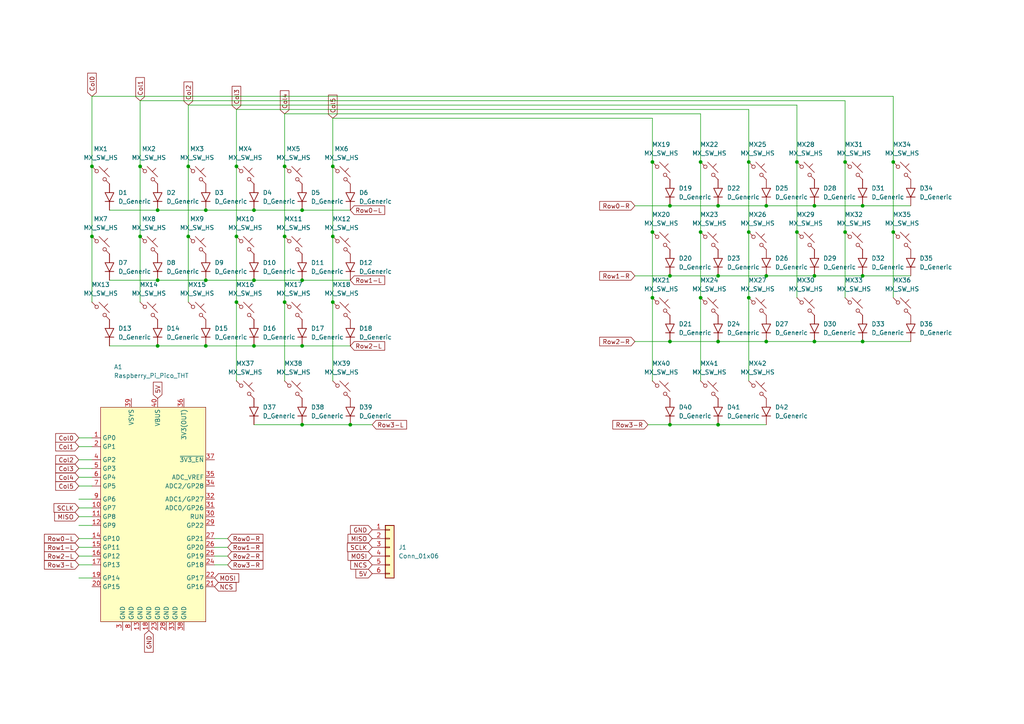
<source format=kicad_sch>
(kicad_sch (version 20231120) (generator "eeschema") (generator_version "8.0")
  (paper "A4")
  (lib_symbols
    (symbol "Connector_Generic:Conn_01x06" (pin_names (offset 1.016) hide)
      (property "Reference" "J" (at 0 7.62 0))
      (property "Value" "Conn_01x06" (at 0 -10.16 0))
      (symbol "Conn_01x06_1_1"
        (rectangle (start -1.27 -7.493) (end 0 -7.747) (stroke (width 0.1524)))
        (rectangle (start -1.27 -4.953) (end 0 -5.207) (stroke (width 0.1524)))
        (rectangle (start -1.27 -2.413) (end 0 -2.667) (stroke (width 0.1524)))
        (rectangle (start -1.27 0.127) (end 0 -0.127) (stroke (width 0.1524)))
        (rectangle (start -1.27 2.667) (end 0 2.413) (stroke (width 0.1524)))
        (rectangle (start -1.27 5.207) (end 0 4.953) (stroke (width 0.1524)))
        (rectangle (start -1.27 6.35) (end 1.27 -8.89) (stroke (width 0.254)) (fill (type background)))
        (pin passive line (at -5.08 5.08 0) (length 3.81) (name "Pin_1") (number "1"))
        (pin passive line (at -5.08 2.54 0) (length 3.81) (name "Pin_2") (number "2"))
        (pin passive line (at -5.08 0 0) (length 3.81) (name "Pin_3") (number "3"))
        (pin passive line (at -5.08 -2.54 0) (length 3.81) (name "Pin_4") (number "4"))
        (pin passive line (at -5.08 -5.08 0) (length 3.81) (name "Pin_5") (number "5"))
        (pin passive line (at -5.08 -7.62 0) (length 3.81) (name "Pin_6") (number "6"))
      )
    )
    (symbol "PCM_4ms_Diode:D_Generic" (pin_numbers hide) (pin_names (offset 1.016) hide)
      (property "Reference" "D" (at 0 2.54 0))
      (property "Value" "D_Generic" (at 0 -2.54 0))
      (symbol "D_Generic_0_1"
        (polyline (pts (xy -1.27 1.27) (xy -1.27 -1.27)) (stroke (width 0.2032)))
        (polyline (pts (xy 1.27 1.27) (xy 1.27 -1.27) (xy -1.27 0) (xy 1.27 1.27)) (stroke (width 0.2032)))
      )
      (symbol "D_Generic_1_1"
        (pin passive line (at -3.81 0 0) (length 2.54) (name "K") (number "1"))
        (pin passive line (at 3.81 0 180) (length 2.54) (name "A") (number "2"))
      )
    )
    (symbol "PCM_SL_Development_Board:Raspberry_Pi_Pico_THT"
      (property "Reference" "A" (at 12.7 34.29 0))
      (property "Value" "Raspberry_Pi_Pico_THT" (at 21.59 31.75 0))
      (symbol "Raspberry_Pi_Pico_THT_0_1"
        (rectangle (start -15.24 29.21) (end 15.24 -33.02) (fill (type background)))
      )
      (symbol "Raspberry_Pi_Pico_THT_1_1"
        (pin bidirectional line (at -17.78 20.32 0) (length 2.54) (name "GP0") (number "1"))
        (pin bidirectional line (at -17.78 0 0) (length 2.54) (name "GP7") (number "10"))
        (pin bidirectional line (at -17.78 -2.54 0) (length 2.54) (name "GP8") (number "11"))
        (pin bidirectional line (at -17.78 -5.08 0) (length 2.54) (name "GP9") (number "12"))
        (pin power_in line (at -3.81 -35.56 90) (length 2.54) (name "GND") (number "13"))
        (pin bidirectional line (at -17.78 -8.89 0) (length 2.54) (name "GP10") (number "14"))
        (pin bidirectional line (at -17.78 -11.43 0) (length 2.54) (name "GP11") (number "15"))
        (pin bidirectional line (at -17.78 -13.97 0) (length 2.54) (name "GP12") (number "16"))
        (pin bidirectional line (at -17.78 -16.51 0) (length 2.54) (name "GP13") (number "17"))
        (pin power_in line (at -1.27 -35.56 90) (length 2.54) (name "GND") (number "18"))
        (pin bidirectional line (at -17.78 -20.32 0) (length 2.54) (name "GP14") (number "19"))
        (pin bidirectional line (at -17.78 17.78 0) (length 2.54) (name "GP1") (number "2"))
        (pin bidirectional line (at -17.78 -22.86 0) (length 2.54) (name "GP15") (number "20"))
        (pin bidirectional line (at 17.78 -22.86 180) (length 2.54) (name "GP16") (number "21"))
        (pin bidirectional line (at 17.78 -20.32 180) (length 2.54) (name "GP17") (number "22"))
        (pin power_in line (at 1.27 -35.56 90) (length 2.54) (name "GND") (number "23"))
        (pin bidirectional line (at 17.78 -16.51 180) (length 2.54) (name "GP18") (number "24"))
        (pin bidirectional line (at 17.78 -13.97 180) (length 2.54) (name "GP19") (number "25"))
        (pin bidirectional line (at 17.78 -11.43 180) (length 2.54) (name "GP20") (number "26"))
        (pin bidirectional line (at 17.78 -8.89 180) (length 2.54) (name "GP21") (number "27"))
        (pin power_in line (at 3.81 -35.56 90) (length 2.54) (name "GND") (number "28"))
        (pin bidirectional line (at 17.78 -5.08 180) (length 2.54) (name "GP22") (number "29"))
        (pin power_in line (at -8.89 -35.56 90) (length 2.54) (name "GND") (number "3"))
        (pin bidirectional line (at 17.78 -2.54 180) (length 2.54) (name "RUN") (number "30"))
        (pin bidirectional line (at 17.78 0 180) (length 2.54) (name "ADC0/GP26") (number "31"))
        (pin bidirectional line (at 17.78 2.54 180) (length 2.54) (name "ADC1/GP27") (number "32"))
        (pin power_in line (at 6.35 -35.56 90) (length 2.54) (name "GND") (number "33"))
        (pin bidirectional line (at 17.78 6.35 180) (length 2.54) (name "ADC2/GP28") (number "34"))
        (pin bidirectional line (at 17.78 8.89 180) (length 2.54) (name "ADC_VREF") (number "35"))
        (pin power_in line (at 8.89 31.75 270) (length 2.54) (name "3V3(OUT)") (number "36"))
        (pin bidirectional line (at 17.78 13.97 180) (length 2.54) (name "~{3V3_EN}") (number "37"))
        (pin power_in line (at 8.89 -35.56 90) (length 2.54) (name "GND") (number "38"))
        (pin power_in line (at -6.35 31.75 270) (length 2.54) (name "VSYS") (number "39"))
        (pin bidirectional line (at -17.78 13.97 0) (length 2.54) (name "GP2") (number "4"))
        (pin power_in line (at 1.27 31.75 270) (length 2.54) (name "VBUS") (number "40"))
        (pin bidirectional line (at -17.78 11.43 0) (length 2.54) (name "GP3") (number "5"))
        (pin bidirectional line (at -17.78 8.89 0) (length 2.54) (name "GP4") (number "6"))
        (pin bidirectional line (at -17.78 6.35 0) (length 2.54) (name "GP5") (number "7"))
        (pin power_in line (at -6.35 -35.56 90) (length 2.54) (name "GND") (number "8"))
        (pin bidirectional line (at -17.78 2.54 0) (length 2.54) (name "GP6") (number "9"))
      )
    )
    (symbol "PCM_marbastlib-mx:MX_SW_HS_KS-2P02B01-01" (pin_numbers hide) (pin_names (offset 1.016) hide)
      (property "Reference" "MX" (at 3.048 1.016 0))
      (property "Value" "MX_SW_HS" (at 0 -3.81 0))
      (symbol "MX_SW_HS_KS-2P02B01-01_0_1"
        (circle (center -1.1684 1.1684) (radius 0.508))
        (polyline (pts (xy -0.508 2.54) (xy 2.54 -0.508)))
        (polyline (pts (xy 1.016 1.016) (xy 2.032 2.032)))
        (polyline (pts (xy -2.54 2.54) (xy -1.524 1.524) (xy -1.524 1.524)))
        (polyline (pts (xy 1.524 -1.524) (xy 2.54 -2.54) (xy 2.54 -2.54) (xy 2.54 -2.54)))
        (circle (center 1.143 -1.1938) (radius 0.508))
        (pin passive line (at -2.54 2.54 0) (length 0) (name "1") (number "1"))
        (pin passive line (at 2.54 -2.54 180) (length 0) (name "2") (number "2"))
      )
    )
  )
  (junction (at 222.25 59.69))
  (junction (at 208.28 99.06))
  (junction (at 87.63 81.28))
  (junction (at 259.08 67.31))
  (junction (at 45.72 81.28))
  (junction (at 40.64 48.26))
  (junction (at 26.67 68.58))
  (junction (at 217.17 46.99))
  (junction (at 59.69 81.28))
  (junction (at 194.31 99.06))
  (junction (at 45.72 60.96))
  (junction (at 87.63 123.19))
  (junction (at 73.66 60.96))
  (junction (at 45.72 100.33))
  (junction (at 96.52 68.58))
  (junction (at 208.28 59.69))
  (junction (at 40.64 68.58))
  (junction (at 96.52 87.63))
  (junction (at 101.6 123.19))
  (junction (at 59.69 100.33))
  (junction (at 231.14 67.31))
  (junction (at 54.61 68.58))
  (junction (at 189.23 67.31))
  (junction (at 203.2 46.99))
  (junction (at 68.58 68.58))
  (junction (at 231.14 46.99))
  (junction (at 259.08 46.99))
  (junction (at 68.58 48.26))
  (junction (at 87.63 100.33))
  (junction (at 54.61 48.26))
  (junction (at 245.11 67.31))
  (junction (at 208.28 123.19))
  (junction (at 96.52 48.26))
  (junction (at 217.17 67.31))
  (junction (at 194.31 123.19))
  (junction (at 250.19 80.01))
  (junction (at 87.63 60.96))
  (junction (at 73.66 100.33))
  (junction (at 203.2 86.36))
  (junction (at 236.22 59.69))
  (junction (at 222.25 99.06))
  (junction (at 189.23 46.99))
  (junction (at 203.2 67.31))
  (junction (at 73.66 81.28))
  (junction (at 68.58 87.63))
  (junction (at 194.31 59.69))
  (junction (at 208.28 80.01))
  (junction (at 59.69 60.96))
  (junction (at 222.25 80.01))
  (junction (at 250.19 99.06))
  (junction (at 236.22 99.06))
  (junction (at 250.19 59.69))
  (junction (at 82.55 87.63))
  (junction (at 236.22 80.01))
  (junction (at 26.67 48.26))
  (junction (at 189.23 86.36))
  (junction (at 82.55 48.26))
  (junction (at 245.11 46.99))
  (junction (at 82.55 68.58))
  (junction (at 217.17 86.36))
  (junction (at 194.31 80.01))
  (wire (pts (xy 208.28 59.69) (xy 222.25 59.69)))
  (wire (pts (xy 59.69 81.28) (xy 73.66 81.28)))
  (wire (pts (xy 40.64 48.26) (xy 40.64 68.58)))
  (wire (pts (xy 87.63 100.33) (xy 101.6 100.33)))
  (wire (pts (xy 82.55 33.02) (xy 203.2 33.02)))
  (wire (pts (xy 217.17 67.31) (xy 217.17 86.36)))
  (wire (pts (xy 208.28 99.06) (xy 222.25 99.06)))
  (wire (pts (xy 31.75 60.96) (xy 45.72 60.96)))
  (wire (pts (xy 22.86 163.83) (xy 26.67 163.83)))
  (wire (pts (xy 22.86 161.29) (xy 26.67 161.29)))
  (wire (pts (xy 26.67 27.94) (xy 259.08 27.94)))
  (wire (pts (xy 87.63 81.28) (xy 101.6 81.28)))
  (wire (pts (xy 189.23 86.36) (xy 189.23 110.49)))
  (wire (pts (xy 250.19 99.06) (xy 264.16 99.06)))
  (wire (pts (xy 66.04 156.21) (xy 62.23 156.21)))
  (wire (pts (xy 96.52 48.26) (xy 96.52 68.58)))
  (wire (pts (xy 189.23 34.29) (xy 189.23 46.99)))
  (wire (pts (xy 66.04 158.75) (xy 62.23 158.75)))
  (wire (pts (xy 87.63 123.19) (xy 101.6 123.19)))
  (wire (pts (xy 59.69 100.33) (xy 73.66 100.33)))
  (wire (pts (xy 22.86 135.89) (xy 26.67 135.89)))
  (wire (pts (xy 231.14 46.99) (xy 231.14 67.31)))
  (wire (pts (xy 68.58 48.26) (xy 68.58 68.58)))
  (wire (pts (xy 22.86 127) (xy 26.67 127)))
  (wire (pts (xy 54.61 30.48) (xy 54.61 48.26)))
  (wire (pts (xy 96.52 34.29) (xy 96.52 48.26)))
  (wire (pts (xy 194.31 123.19) (xy 208.28 123.19)))
  (wire (pts (xy 22.86 144.78) (xy 26.67 144.78)))
  (wire (pts (xy 40.64 29.21) (xy 40.64 48.26)))
  (wire (pts (xy 184.15 99.06) (xy 194.31 99.06)))
  (wire (pts (xy 203.2 67.31) (xy 203.2 86.36)))
  (wire (pts (xy 62.23 161.29) (xy 66.04 161.29)))
  (wire (pts (xy 189.23 46.99) (xy 189.23 67.31)))
  (wire (pts (xy 40.64 68.58) (xy 40.64 87.63)))
  (wire (pts (xy 236.22 59.69) (xy 250.19 59.69)))
  (wire (pts (xy 245.11 46.99) (xy 245.11 67.31)))
  (wire (pts (xy 22.86 167.64) (xy 26.67 167.64)))
  (wire (pts (xy 259.08 27.94) (xy 259.08 46.99)))
  (wire (pts (xy 22.86 147.32) (xy 26.67 147.32)))
  (wire (pts (xy 222.25 59.69) (xy 236.22 59.69)))
  (wire (pts (xy 87.63 60.96) (xy 101.6 60.96)))
  (wire (pts (xy 73.66 100.33) (xy 87.63 100.33)))
  (wire (pts (xy 26.67 48.26) (xy 26.67 68.58)))
  (wire (pts (xy 31.75 100.33) (xy 45.72 100.33)))
  (wire (pts (xy 222.25 99.06) (xy 236.22 99.06)))
  (wire (pts (xy 45.72 81.28) (xy 59.69 81.28)))
  (wire (pts (xy 203.2 33.02) (xy 203.2 46.99)))
  (wire (pts (xy 194.31 59.69) (xy 208.28 59.69)))
  (wire (pts (xy 22.86 133.35) (xy 26.67 133.35)))
  (wire (pts (xy 101.6 123.19) (xy 107.95 123.19)))
  (wire (pts (xy 189.23 67.31) (xy 189.23 86.36)))
  (wire (pts (xy 245.11 67.31) (xy 245.11 86.36)))
  (wire (pts (xy 68.58 87.63) (xy 68.58 110.49)))
  (wire (pts (xy 208.28 80.01) (xy 222.25 80.01)))
  (wire (pts (xy 68.58 31.75) (xy 68.58 48.26)))
  (wire (pts (xy 96.52 68.58) (xy 96.52 87.63)))
  (wire (pts (xy 26.67 27.94) (xy 26.67 48.26)))
  (wire (pts (xy 22.86 149.86) (xy 26.67 149.86)))
  (wire (pts (xy 68.58 68.58) (xy 68.58 87.63)))
  (wire (pts (xy 208.28 123.19) (xy 222.25 123.19)))
  (wire (pts (xy 26.67 68.58) (xy 26.67 87.63)))
  (wire (pts (xy 187.96 123.19) (xy 194.31 123.19)))
  (wire (pts (xy 259.08 46.99) (xy 259.08 67.31)))
  (wire (pts (xy 73.66 123.19) (xy 87.63 123.19)))
  (wire (pts (xy 54.61 30.48) (xy 231.14 30.48)))
  (wire (pts (xy 203.2 86.36) (xy 203.2 110.49)))
  (wire (pts (xy 82.55 68.58) (xy 82.55 87.63)))
  (wire (pts (xy 22.86 152.4) (xy 26.67 152.4)))
  (wire (pts (xy 73.66 81.28) (xy 87.63 81.28)))
  (wire (pts (xy 222.25 80.01) (xy 236.22 80.01)))
  (wire (pts (xy 250.19 59.69) (xy 264.16 59.69)))
  (wire (pts (xy 217.17 31.75) (xy 217.17 46.99)))
  (wire (pts (xy 62.23 163.83) (xy 66.04 163.83)))
  (wire (pts (xy 54.61 48.26) (xy 54.61 68.58)))
  (wire (pts (xy 59.69 60.96) (xy 73.66 60.96)))
  (wire (pts (xy 184.15 80.01) (xy 194.31 80.01)))
  (wire (pts (xy 231.14 30.48) (xy 231.14 46.99)))
  (wire (pts (xy 73.66 60.96) (xy 87.63 60.96)))
  (wire (pts (xy 194.31 80.01) (xy 208.28 80.01)))
  (wire (pts (xy 45.72 60.96) (xy 59.69 60.96)))
  (wire (pts (xy 231.14 67.31) (xy 231.14 86.36)))
  (wire (pts (xy 184.15 59.69) (xy 194.31 59.69)))
  (wire (pts (xy 82.55 33.02) (xy 82.55 48.26)))
  (wire (pts (xy 217.17 46.99) (xy 217.17 67.31)))
  (wire (pts (xy 22.86 156.21) (xy 26.67 156.21)))
  (wire (pts (xy 250.19 80.01) (xy 264.16 80.01)))
  (wire (pts (xy 22.86 129.54) (xy 26.67 129.54)))
  (wire (pts (xy 236.22 80.01) (xy 250.19 80.01)))
  (wire (pts (xy 22.86 138.43) (xy 26.67 138.43)))
  (wire (pts (xy 203.2 46.99) (xy 203.2 67.31)))
  (wire (pts (xy 40.64 29.21) (xy 245.11 29.21)))
  (wire (pts (xy 31.75 81.28) (xy 45.72 81.28)))
  (wire (pts (xy 82.55 48.26) (xy 82.55 68.58)))
  (wire (pts (xy 22.86 140.97) (xy 26.67 140.97)))
  (wire (pts (xy 194.31 99.06) (xy 208.28 99.06)))
  (wire (pts (xy 259.08 67.31) (xy 259.08 86.36)))
  (wire (pts (xy 245.11 29.21) (xy 245.11 46.99)))
  (wire (pts (xy 217.17 86.36) (xy 217.17 110.49)))
  (wire (pts (xy 96.52 34.29) (xy 189.23 34.29)))
  (wire (pts (xy 54.61 68.58) (xy 54.61 87.63)))
  (wire (pts (xy 236.22 99.06) (xy 250.19 99.06)))
  (wire (pts (xy 96.52 87.63) (xy 96.52 110.49)))
  (wire (pts (xy 82.55 87.63) (xy 82.55 110.49)))
  (wire (pts (xy 217.17 31.75) (xy 68.58 31.75)))
  (wire (pts (xy 45.72 100.33) (xy 59.69 100.33)))
  (wire (pts (xy 22.86 158.75) (xy 26.67 158.75)))
  (global_label "Row1-L" (shape input) (at 22.86 158.75 180) (property "Intersheetrefs" "${INTERSHEET_REFS}" (effects (hide yes))))
  (global_label "Col5" (shape input) (at 22.86 140.97 180) (property "Intersheetrefs" "${INTERSHEET_REFS}" (effects (hide yes))))
  (global_label "Row0-L" (shape input) (at 22.86 156.21 180) (property "Intersheetrefs" "${INTERSHEET_REFS}" (effects (hide yes))))
  (global_label "MISO" (shape input) (at 107.95 156.21 180) (property "Intersheetrefs" "${INTERSHEET_REFS}" (effects (hide yes))))
  (global_label "Col3" (shape input) (at 22.86 135.89 180) (property "Intersheetrefs" "${INTERSHEET_REFS}" (effects (hide yes))))
  (global_label "Row0-R" (shape input) (at 66.04 156.21 0) (property "Intersheetrefs" "${INTERSHEET_REFS}" (effects (hide yes))))
  (global_label "Row1-R" (shape input) (at 66.04 158.75 0) (property "Intersheetrefs" "${INTERSHEET_REFS}" (effects (hide yes))))
  (global_label "Row2-L" (shape input) (at 22.86 161.29 180) (property "Intersheetrefs" "${INTERSHEET_REFS}" (effects (hide yes))))
  (global_label "Row3-L" (shape input) (at 107.95 123.19 0) (property "Intersheetrefs" "${INTERSHEET_REFS}" (effects (hide yes))))
  (global_label "Row2-R" (shape input) (at 66.04 161.29 0) (property "Intersheetrefs" "${INTERSHEET_REFS}" (effects (hide yes))))
  (global_label "Row3-R" (shape input) (at 187.96 123.19 180) (property "Intersheetrefs" "${INTERSHEET_REFS}" (effects (hide yes))))
  (global_label "MOSI" (shape input) (at 62.23 167.64 0) (property "Intersheetrefs" "${INTERSHEET_REFS}" (effects (hide yes))))
  (global_label "Col4" (shape input) (at 82.55 33.02 90) (property "Intersheetrefs" "${INTERSHEET_REFS}" (effects (hide yes))))
  (global_label "SCLK" (shape input) (at 107.95 158.75 180) (property "Intersheetrefs" "${INTERSHEET_REFS}" (effects (hide yes))))
  (global_label "Col1" (shape input) (at 40.64 29.21 90) (property "Intersheetrefs" "${INTERSHEET_REFS}" (effects (hide yes))))
  (global_label "5V" (shape input) (at 45.72 115.57 90) (property "Intersheetrefs" "${INTERSHEET_REFS}" (effects (hide yes))))
  (global_label "Col1" (shape input) (at 22.86 129.54 180) (property "Intersheetrefs" "${INTERSHEET_REFS}" (effects (hide yes))))
  (global_label "Col2" (shape input) (at 22.86 133.35 180) (property "Intersheetrefs" "${INTERSHEET_REFS}" (effects (hide yes))))
  (global_label "Col2" (shape input) (at 54.61 30.48 90) (property "Intersheetrefs" "${INTERSHEET_REFS}" (effects (hide yes))))
  (global_label "NCS" (shape input) (at 62.23 170.18 0) (property "Intersheetrefs" "${INTERSHEET_REFS}" (effects (hide yes))))
  (global_label "MOSI" (shape input) (at 107.95 161.29 180) (property "Intersheetrefs" "${INTERSHEET_REFS}" (effects (hide yes))))
  (global_label "Row1-L" (shape input) (at 101.6 81.28 0) (property "Intersheetrefs" "${INTERSHEET_REFS}" (effects (hide yes))))
  (global_label "Col0" (shape input) (at 26.67 27.94 90) (property "Intersheetrefs" "${INTERSHEET_REFS}" (effects (hide yes))))
  (global_label "5V" (shape input) (at 107.95 166.37 180) (property "Intersheetrefs" "${INTERSHEET_REFS}" (effects (hide yes))))
  (global_label "NCS" (shape input) (at 107.95 163.83 180) (property "Intersheetrefs" "${INTERSHEET_REFS}" (effects (hide yes))))
  (global_label "Row3-L" (shape input) (at 22.86 163.83 180) (property "Intersheetrefs" "${INTERSHEET_REFS}" (effects (hide yes))))
  (global_label "GND" (shape input) (at 107.95 153.67 180) (property "Intersheetrefs" "${INTERSHEET_REFS}" (effects (hide yes))))
  (global_label "GND" (shape input) (at 43.18 182.88 270) (property "Intersheetrefs" "${INTERSHEET_REFS}" (effects (hide yes))))
  (global_label "Row2-L" (shape input) (at 101.6 100.33 0) (property "Intersheetrefs" "${INTERSHEET_REFS}" (effects (hide yes))))
  (global_label "Col5" (shape input) (at 96.52 34.29 90) (property "Intersheetrefs" "${INTERSHEET_REFS}" (effects (hide yes))))
  (global_label "Row1-R" (shape input) (at 184.15 80.01 180) (property "Intersheetrefs" "${INTERSHEET_REFS}" (effects (hide yes))))
  (global_label "Col4" (shape input) (at 22.86 138.43 180) (property "Intersheetrefs" "${INTERSHEET_REFS}" (effects (hide yes))))
  (global_label "SCLK" (shape input) (at 22.86 147.32 180) (property "Intersheetrefs" "${INTERSHEET_REFS}" (effects (hide yes))))
  (global_label "Row0-L" (shape input) (at 101.6 60.96 0) (property "Intersheetrefs" "${INTERSHEET_REFS}" (effects (hide yes))))
  (global_label "Col3" (shape input) (at 68.58 31.75 90) (property "Intersheetrefs" "${INTERSHEET_REFS}" (effects (hide yes))))
  (global_label "Row2-R" (shape input) (at 184.15 99.06 180) (property "Intersheetrefs" "${INTERSHEET_REFS}" (effects (hide yes))))
  (global_label "Row0-R" (shape input) (at 184.15 59.69 180) (property "Intersheetrefs" "${INTERSHEET_REFS}" (effects (hide yes))))
  (global_label "Col0" (shape input) (at 22.86 127 180) (property "Intersheetrefs" "${INTERSHEET_REFS}" (effects (hide yes))))
  (global_label "MISO" (shape input) (at 22.86 149.86 180) (property "Intersheetrefs" "${INTERSHEET_REFS}" (effects (hide yes))))
  (global_label "Row3-R" (shape input) (at 66.04 163.83 0) (property "Intersheetrefs" "${INTERSHEET_REFS}" (effects (hide yes))))
  (symbol (lib_id "PCM_4ms_Diode:D_Generic") (at 59.69 96.52 90) (unit 1)
    (property "Reference" "D15" (at 62.23 95.2499 90) (effects (justify right)))
    (property "Value" "D_Generic" (at 62.23 97.7899 90) (effects (justify right)))
    (property "Footprint" "PCM_4ms_Diode:D_DO-41_P7.62mm_Horizontal" (effects (hide yes)))
    (property "Description" "Diode" (effects (hide yes)))
  )
  (symbol (lib_id "PCM_4ms_Diode:D_Generic") (at 59.69 57.15 90) (unit 1)
    (property "Reference" "D3" (at 62.23 55.8799 90) (effects (justify right)))
    (property "Value" "D_Generic" (at 62.23 58.4199 90) (effects (justify right)))
    (property "Footprint" "PCM_4ms_Diode:D_DO-41_P7.62mm_Horizontal" (effects (hide yes)))
    (property "Description" "Diode" (effects (hide yes)))
  )
  (symbol (lib_id "PCM_4ms_Diode:D_Generic") (at 87.63 96.52 90) (unit 1)
    (property "Reference" "D17" (at 90.17 95.2499 90) (effects (justify right)))
    (property "Value" "D_Generic" (at 90.17 97.7899 90) (effects (justify right)))
    (property "Footprint" "PCM_4ms_Diode:D_DO-41_P7.62mm_Horizontal" (effects (hide yes)))
    (property "Description" "Diode" (effects (hide yes)))
  )
  (symbol (lib_id "PCM_marbastlib-mx:MX_SW_HS_KS-2P02B01-01") (at 71.12 90.17 0) (unit 1)
    (property "Reference" "MX16" (at 71.12 82.55 0))
    (property "Value" "MX_SW_HS" (at 71.12 85.09 0))
    (property "Footprint" "PCM_Switch_Keyboard_Cherry_MX:SW_Cherry_MX_PCB_1.00u" (effects (hide yes)))
    (property "Description" "Push button switch, normally open, two pins, 45° tilted, Gateron KS-2P02B01-01 for Cherry MX style switches" (effects (hide yes)))
  )
  (symbol (lib_id "PCM_marbastlib-mx:MX_SW_HS_KS-2P02B01-01") (at 57.15 71.12 0) (unit 1)
    (property "Reference" "MX9" (at 57.15 63.5 0))
    (property "Value" "MX_SW_HS" (at 57.15 66.04 0))
    (property "Footprint" "PCM_Switch_Keyboard_Cherry_MX:SW_Cherry_MX_PCB_1.00u" (effects (hide yes)))
    (property "Description" "Push button switch, normally open, two pins, 45° tilted, Gateron KS-2P02B01-01 for Cherry MX style switches" (effects (hide yes)))
  )
  (symbol (lib_id "PCM_marbastlib-mx:MX_SW_HS_KS-2P02B01-01") (at 29.21 50.8 0) (unit 1)
    (property "Reference" "MX1" (at 29.21 43.18 0))
    (property "Value" "MX_SW_HS" (at 29.21 45.72 0))
    (property "Footprint" "PCM_Switch_Keyboard_Cherry_MX:SW_Cherry_MX_PCB_1.00u" (effects (hide yes)))
    (property "Description" "Push button switch, normally open, two pins, 45° tilted, Gateron KS-2P02B01-01 for Cherry MX style switches" (effects (hide yes)))
  )
  (symbol (lib_id "PCM_4ms_Diode:D_Generic") (at 31.75 96.52 90) (unit 1)
    (property "Reference" "D13" (at 34.29 95.2499 90) (effects (justify right)))
    (property "Value" "D_Generic" (at 34.29 97.7899 90) (effects (justify right)))
    (property "Footprint" "PCM_4ms_Diode:D_DO-41_P7.62mm_Horizontal" (effects (hide yes)))
    (property "Description" "Diode" (effects (hide yes)))
  )
  (symbol (lib_id "PCM_marbastlib-mx:MX_SW_HS_KS-2P02B01-01") (at 191.77 49.53 0) (unit 1)
    (property "Reference" "MX19" (at 191.77 41.91 0))
    (property "Value" "MX_SW_HS" (at 191.77 44.45 0))
    (property "Footprint" "PCM_Switch_Keyboard_Cherry_MX:SW_Cherry_MX_PCB_1.00u" (effects (hide yes)))
    (property "Description" "Push button switch, normally open, two pins, 45° tilted, Gateron KS-2P02B01-01 for Cherry MX style switches" (effects (hide yes)))
  )
  (symbol (lib_id "PCM_marbastlib-mx:MX_SW_HS_KS-2P02B01-01") (at 261.62 88.9 0) (unit 1)
    (property "Reference" "MX36" (at 261.62 81.28 0))
    (property "Value" "MX_SW_HS" (at 261.62 83.82 0))
    (property "Footprint" "PCM_Switch_Keyboard_Cherry_MX:SW_Cherry_MX_PCB_1.00u" (effects (hide yes)))
    (property "Description" "Push button switch, normally open, two pins, 45° tilted, Gateron KS-2P02B01-01 for Cherry MX style switches" (effects (hide yes)))
  )
  (symbol (lib_id "PCM_4ms_Diode:D_Generic") (at 250.19 76.2 90) (unit 1)
    (property "Reference" "D32" (at 252.73 74.9299 90) (effects (justify right)))
    (property "Value" "D_Generic" (at 252.73 77.4699 90) (effects (justify right)))
    (property "Footprint" "PCM_4ms_Diode:D_DO-41_P7.62mm_Horizontal" (effects (hide yes)))
    (property "Description" "Diode" (effects (hide yes)))
  )
  (symbol (lib_id "PCM_marbastlib-mx:MX_SW_HS_KS-2P02B01-01") (at 233.68 49.53 0) (unit 1)
    (property "Reference" "MX28" (at 233.68 41.91 0))
    (property "Value" "MX_SW_HS" (at 233.68 44.45 0))
    (property "Footprint" "PCM_Switch_Keyboard_Cherry_MX:SW_Cherry_MX_PCB_1.00u" (effects (hide yes)))
    (property "Description" "Push button switch, normally open, two pins, 45° tilted, Gateron KS-2P02B01-01 for Cherry MX style switches" (effects (hide yes)))
  )
  (symbol (lib_id "PCM_4ms_Diode:D_Generic") (at 222.25 76.2 90) (unit 1)
    (property "Reference" "D26" (at 224.79 74.9299 90) (effects (justify right)))
    (property "Value" "D_Generic" (at 224.79 77.4699 90) (effects (justify right)))
    (property "Footprint" "PCM_4ms_Diode:D_DO-41_P7.62mm_Horizontal" (effects (hide yes)))
    (property "Description" "Diode" (effects (hide yes)))
  )
  (symbol (lib_id "PCM_marbastlib-mx:MX_SW_HS_KS-2P02B01-01") (at 205.74 69.85 0) (unit 1)
    (property "Reference" "MX23" (at 205.74 62.23 0))
    (property "Value" "MX_SW_HS" (at 205.74 64.77 0))
    (property "Footprint" "PCM_Switch_Keyboard_Cherry_MX:SW_Cherry_MX_PCB_1.00u" (effects (hide yes)))
    (property "Description" "Push button switch, normally open, two pins, 45° tilted, Gateron KS-2P02B01-01 for Cherry MX style switches" (effects (hide yes)))
  )
  (symbol (lib_id "PCM_4ms_Diode:D_Generic") (at 87.63 77.47 90) (unit 1)
    (property "Reference" "D11" (at 90.17 76.1999 90) (effects (justify right)))
    (property "Value" "D_Generic" (at 90.17 78.7399 90) (effects (justify right)))
    (property "Footprint" "PCM_4ms_Diode:D_DO-41_P7.62mm_Horizontal" (effects (hide yes)))
    (property "Description" "Diode" (effects (hide yes)))
  )
  (symbol (lib_id "PCM_marbastlib-mx:MX_SW_HS_KS-2P02B01-01") (at 85.09 71.12 0) (unit 1)
    (property "Reference" "MX11" (at 85.09 63.5 0))
    (property "Value" "MX_SW_HS" (at 85.09 66.04 0))
    (property "Footprint" "PCM_Switch_Keyboard_Cherry_MX:SW_Cherry_MX_PCB_1.00u" (effects (hide yes)))
    (property "Description" "Push button switch, normally open, two pins, 45° tilted, Gateron KS-2P02B01-01 for Cherry MX style switches" (effects (hide yes)))
  )
  (symbol (lib_id "PCM_4ms_Diode:D_Generic") (at 236.22 76.2 90) (unit 1)
    (property "Reference" "D29" (at 238.76 74.9299 90) (effects (justify right)))
    (property "Value" "D_Generic" (at 238.76 77.4699 90) (effects (justify right)))
    (property "Footprint" "PCM_4ms_Diode:D_DO-41_P7.62mm_Horizontal" (effects (hide yes)))
    (property "Description" "Diode" (effects (hide yes)))
  )
  (symbol (lib_id "PCM_marbastlib-mx:MX_SW_HS_KS-2P02B01-01") (at 261.62 69.85 0) (unit 1)
    (property "Reference" "MX35" (at 261.62 62.23 0))
    (property "Value" "MX_SW_HS" (at 261.62 64.77 0))
    (property "Footprint" "PCM_Switch_Keyboard_Cherry_MX:SW_Cherry_MX_PCB_1.00u" (effects (hide yes)))
    (property "Description" "Push button switch, normally open, two pins, 45° tilted, Gateron KS-2P02B01-01 for Cherry MX style switches" (effects (hide yes)))
  )
  (symbol (lib_id "PCM_4ms_Diode:D_Generic") (at 101.6 119.38 90) (unit 1)
    (property "Reference" "D39" (at 104.14 118.1099 90) (effects (justify right)))
    (property "Value" "D_Generic" (at 104.14 120.6499 90) (effects (justify right)))
    (property "Footprint" "PCM_4ms_Diode:D_DO-41_P7.62mm_Horizontal" (effects (hide yes)))
    (property "Description" "Diode" (effects (hide yes)))
  )
  (symbol (lib_id "PCM_4ms_Diode:D_Generic") (at 101.6 77.47 90) (unit 1)
    (property "Reference" "D12" (at 104.14 76.1999 90) (effects (justify right)))
    (property "Value" "D_Generic" (at 104.14 78.7399 90) (effects (justify right)))
    (property "Footprint" "PCM_4ms_Diode:D_DO-41_P7.62mm_Horizontal" (effects (hide yes)))
    (property "Description" "Diode" (effects (hide yes)))
  )
  (symbol (lib_id "PCM_marbastlib-mx:MX_SW_HS_KS-2P02B01-01") (at 247.65 69.85 0) (unit 1)
    (property "Reference" "MX32" (at 247.65 62.23 0))
    (property "Value" "MX_SW_HS" (at 247.65 64.77 0))
    (property "Footprint" "PCM_Switch_Keyboard_Cherry_MX:SW_Cherry_MX_PCB_1.00u" (effects (hide yes)))
    (property "Description" "Push button switch, normally open, two pins, 45° tilted, Gateron KS-2P02B01-01 for Cherry MX style switches" (effects (hide yes)))
  )
  (symbol (lib_id "PCM_marbastlib-mx:MX_SW_HS_KS-2P02B01-01") (at 57.15 50.8 0) (unit 1)
    (property "Reference" "MX3" (at 57.15 43.18 0))
    (property "Value" "MX_SW_HS" (at 57.15 45.72 0))
    (property "Footprint" "PCM_Switch_Keyboard_Cherry_MX:SW_Cherry_MX_PCB_1.00u" (effects (hide yes)))
    (property "Description" "Push button switch, normally open, two pins, 45° tilted, Gateron KS-2P02B01-01 for Cherry MX style switches" (effects (hide yes)))
  )
  (symbol (lib_id "PCM_marbastlib-mx:MX_SW_HS_KS-2P02B01-01") (at 191.77 113.03 0) (unit 1)
    (property "Reference" "MX40" (at 191.77 105.41 0))
    (property "Value" "MX_SW_HS" (at 191.77 107.95 0))
    (property "Footprint" "PCM_Switch_Keyboard_Cherry_MX:SW_Cherry_MX_PCB_1.00u" (effects (hide yes)))
    (property "Description" "Push button switch, normally open, two pins, 45° tilted, Gateron KS-2P02B01-01 for Cherry MX style switches" (effects (hide yes)))
  )
  (symbol (lib_id "PCM_marbastlib-mx:MX_SW_HS_KS-2P02B01-01") (at 85.09 50.8 0) (unit 1)
    (property "Reference" "MX5" (at 85.09 43.18 0))
    (property "Value" "MX_SW_HS" (at 85.09 45.72 0))
    (property "Footprint" "PCM_Switch_Keyboard_Cherry_MX:SW_Cherry_MX_PCB_1.00u" (effects (hide yes)))
    (property "Description" "Push button switch, normally open, two pins, 45° tilted, Gateron KS-2P02B01-01 for Cherry MX style switches" (effects (hide yes)))
  )
  (symbol (lib_id "PCM_4ms_Diode:D_Generic") (at 208.28 55.88 90) (unit 1)
    (property "Reference" "D22" (at 210.82 54.6099 90) (effects (justify right)))
    (property "Value" "D_Generic" (at 210.82 57.1499 90) (effects (justify right)))
    (property "Footprint" "PCM_4ms_Diode:D_DO-41_P7.62mm_Horizontal" (effects (hide yes)))
    (property "Description" "Diode" (effects (hide yes)))
  )
  (symbol (lib_id "PCM_4ms_Diode:D_Generic") (at 73.66 57.15 90) (unit 1)
    (property "Reference" "D4" (at 76.2 55.8799 90) (effects (justify right)))
    (property "Value" "D_Generic" (at 76.2 58.4199 90) (effects (justify right)))
    (property "Footprint" "PCM_4ms_Diode:D_DO-41_P7.62mm_Horizontal" (effects (hide yes)))
    (property "Description" "Diode" (effects (hide yes)))
  )
  (symbol (lib_id "PCM_marbastlib-mx:MX_SW_HS_KS-2P02B01-01") (at 43.18 71.12 0) (unit 1)
    (property "Reference" "MX8" (at 43.18 63.5 0))
    (property "Value" "MX_SW_HS" (at 43.18 66.04 0))
    (property "Footprint" "PCM_Switch_Keyboard_Cherry_MX:SW_Cherry_MX_PCB_1.00u" (effects (hide yes)))
    (property "Description" "Push button switch, normally open, two pins, 45° tilted, Gateron KS-2P02B01-01 for Cherry MX style switches" (effects (hide yes)))
  )
  (symbol (lib_id "PCM_4ms_Diode:D_Generic") (at 101.6 57.15 90) (unit 1)
    (property "Reference" "D6" (at 104.14 55.8799 90) (effects (justify right)))
    (property "Value" "D_Generic" (at 104.14 58.4199 90) (effects (justify right)))
    (property "Footprint" "PCM_4ms_Diode:D_DO-41_P7.62mm_Horizontal" (effects (hide yes)))
    (property "Description" "Diode" (effects (hide yes)))
  )
  (symbol (lib_id "PCM_marbastlib-mx:MX_SW_HS_KS-2P02B01-01") (at 247.65 88.9 0) (unit 1)
    (property "Reference" "MX33" (at 247.65 81.28 0))
    (property "Value" "MX_SW_HS" (at 247.65 83.82 0))
    (property "Footprint" "PCM_Switch_Keyboard_Cherry_MX:SW_Cherry_MX_PCB_1.00u" (effects (hide yes)))
    (property "Description" "Push button switch, normally open, two pins, 45° tilted, Gateron KS-2P02B01-01 for Cherry MX style switches" (effects (hide yes)))
  )
  (symbol (lib_id "PCM_marbastlib-mx:MX_SW_HS_KS-2P02B01-01") (at 219.71 49.53 0) (unit 1)
    (property "Reference" "MX25" (at 219.71 41.91 0))
    (property "Value" "MX_SW_HS" (at 219.71 44.45 0))
    (property "Footprint" "PCM_Switch_Keyboard_Cherry_MX:SW_Cherry_MX_PCB_1.00u" (effects (hide yes)))
    (property "Description" "Push button switch, normally open, two pins, 45° tilted, Gateron KS-2P02B01-01 for Cherry MX style switches" (effects (hide yes)))
  )
  (symbol (lib_id "PCM_4ms_Diode:D_Generic") (at 194.31 119.38 90) (unit 1)
    (property "Reference" "D40" (at 196.85 118.1099 90) (effects (justify right)))
    (property "Value" "D_Generic" (at 196.85 120.6499 90) (effects (justify right)))
    (property "Footprint" "PCM_4ms_Diode:D_DO-41_P7.62mm_Horizontal" (effects (hide yes)))
    (property "Description" "Diode" (effects (hide yes)))
  )
  (symbol (lib_id "PCM_marbastlib-mx:MX_SW_HS_KS-2P02B01-01") (at 191.77 69.85 0) (unit 1)
    (property "Reference" "MX20" (at 191.77 62.23 0))
    (property "Value" "MX_SW_HS" (at 191.77 64.77 0))
    (property "Footprint" "PCM_Switch_Keyboard_Cherry_MX:SW_Cherry_MX_PCB_1.00u" (effects (hide yes)))
    (property "Description" "Push button switch, normally open, two pins, 45° tilted, Gateron KS-2P02B01-01 for Cherry MX style switches" (effects (hide yes)))
  )
  (symbol (lib_id "PCM_marbastlib-mx:MX_SW_HS_KS-2P02B01-01") (at 43.18 50.8 0) (unit 1)
    (property "Reference" "MX2" (at 43.18 43.18 0))
    (property "Value" "MX_SW_HS" (at 43.18 45.72 0))
    (property "Footprint" "PCM_Switch_Keyboard_Cherry_MX:SW_Cherry_MX_PCB_1.00u" (effects (hide yes)))
    (property "Description" "Push button switch, normally open, two pins, 45° tilted, Gateron KS-2P02B01-01 for Cherry MX style switches" (effects (hide yes)))
  )
  (symbol (lib_id "PCM_marbastlib-mx:MX_SW_HS_KS-2P02B01-01") (at 29.21 71.12 0) (unit 1)
    (property "Reference" "MX7" (at 29.21 63.5 0))
    (property "Value" "MX_SW_HS" (at 29.21 66.04 0))
    (property "Footprint" "PCM_Switch_Keyboard_Cherry_MX:SW_Cherry_MX_PCB_1.00u" (effects (hide yes)))
    (property "Description" "Push button switch, normally open, two pins, 45° tilted, Gateron KS-2P02B01-01 for Cherry MX style switches" (effects (hide yes)))
  )
  (symbol (lib_id "PCM_4ms_Diode:D_Generic") (at 31.75 57.15 90) (unit 1)
    (property "Reference" "D1" (at 34.29 55.8799 90) (effects (justify right)))
    (property "Value" "D_Generic" (at 34.29 58.4199 90) (effects (justify right)))
    (property "Footprint" "PCM_4ms_Diode:D_DO-41_P7.62mm_Horizontal" (effects (hide yes)))
    (property "Description" "Diode" (effects (hide yes)))
  )
  (symbol (lib_id "PCM_4ms_Diode:D_Generic") (at 222.25 95.25 90) (unit 1)
    (property "Reference" "D27" (at 224.79 93.9799 90) (effects (justify right)))
    (property "Value" "D_Generic" (at 224.79 96.5199 90) (effects (justify right)))
    (property "Footprint" "PCM_4ms_Diode:D_DO-41_P7.62mm_Horizontal" (effects (hide yes)))
    (property "Description" "Diode" (effects (hide yes)))
  )
  (symbol (lib_id "PCM_marbastlib-mx:MX_SW_HS_KS-2P02B01-01") (at 99.06 113.03 0) (unit 1)
    (property "Reference" "MX39" (at 99.06 105.41 0))
    (property "Value" "MX_SW_HS" (at 99.06 107.95 0))
    (property "Footprint" "PCM_Switch_Keyboard_Cherry_MX:SW_Cherry_MX_PCB_1.00u" (effects (hide yes)))
    (property "Description" "Push button switch, normally open, two pins, 45° tilted, Gateron KS-2P02B01-01 for Cherry MX style switches" (effects (hide yes)))
  )
  (symbol (lib_id "PCM_marbastlib-mx:MX_SW_HS_KS-2P02B01-01") (at 29.21 90.17 0) (unit 1)
    (property "Reference" "MX13" (at 29.21 82.55 0))
    (property "Value" "MX_SW_HS" (at 29.21 85.09 0))
    (property "Footprint" "PCM_Switch_Keyboard_Cherry_MX:SW_Cherry_MX_PCB_1.00u" (effects (hide yes)))
    (property "Description" "Push button switch, normally open, two pins, 45° tilted, Gateron KS-2P02B01-01 for Cherry MX style switches" (effects (hide yes)))
  )
  (symbol (lib_id "PCM_4ms_Diode:D_Generic") (at 45.72 96.52 90) (unit 1)
    (property "Reference" "D14" (at 48.26 95.2499 90) (effects (justify right)))
    (property "Value" "D_Generic" (at 48.26 97.7899 90) (effects (justify right)))
    (property "Footprint" "PCM_4ms_Diode:D_DO-41_P7.62mm_Horizontal" (effects (hide yes)))
    (property "Description" "Diode" (effects (hide yes)))
  )
  (symbol (lib_id "PCM_4ms_Diode:D_Generic") (at 73.66 119.38 90) (unit 1)
    (property "Reference" "D37" (at 76.2 118.1099 90) (effects (justify right)))
    (property "Value" "D_Generic" (at 76.2 120.6499 90) (effects (justify right)))
    (property "Footprint" "PCM_4ms_Diode:D_DO-41_P7.62mm_Horizontal" (effects (hide yes)))
    (property "Description" "Diode" (effects (hide yes)))
  )
  (symbol (lib_id "PCM_4ms_Diode:D_Generic") (at 73.66 96.52 90) (unit 1)
    (property "Reference" "D16" (at 76.2 95.2499 90) (effects (justify right)))
    (property "Value" "D_Generic" (at 76.2 97.7899 90) (effects (justify right)))
    (property "Footprint" "PCM_4ms_Diode:D_DO-41_P7.62mm_Horizontal" (effects (hide yes)))
    (property "Description" "Diode" (effects (hide yes)))
  )
  (symbol (lib_id "PCM_marbastlib-mx:MX_SW_HS_KS-2P02B01-01") (at 71.12 71.12 0) (unit 1)
    (property "Reference" "MX10" (at 71.12 63.5 0))
    (property "Value" "MX_SW_HS" (at 71.12 66.04 0))
    (property "Footprint" "PCM_Switch_Keyboard_Cherry_MX:SW_Cherry_MX_PCB_1.00u" (effects (hide yes)))
    (property "Description" "Push button switch, normally open, two pins, 45° tilted, Gateron KS-2P02B01-01 for Cherry MX style switches" (effects (hide yes)))
  )
  (symbol (lib_id "PCM_SL_Development_Board:Raspberry_Pi_Pico_THT") (at 44.45 147.32 0) (unit 1)
    (property "Reference" "A1" (at 33.02 106.426 0) (effects (justify left)))
    (property "Value" "Raspberry_Pi_Pico_THT" (at 33.02 108.966 0) (effects (justify left)))
    (property "Footprint" "PCM_SL_Development_Boards:raspberry_pi_pico_THT" (effects (hide yes)))
    (property "Description" "Development Board with RP2040 MCU " (effects (hide yes)))
  )
  (symbol (lib_id "PCM_4ms_Diode:D_Generic") (at 73.66 77.47 90) (unit 1)
    (property "Reference" "D10" (at 76.2 76.1999 90) (effects (justify right)))
    (property "Value" "D_Generic" (at 76.2 78.7399 90) (effects (justify right)))
    (property "Footprint" "PCM_4ms_Diode:D_DO-41_P7.62mm_Horizontal" (effects (hide yes)))
    (property "Description" "Diode" (effects (hide yes)))
  )
  (symbol (lib_id "PCM_marbastlib-mx:MX_SW_HS_KS-2P02B01-01") (at 205.74 49.53 0) (unit 1)
    (property "Reference" "MX22" (at 205.74 41.91 0))
    (property "Value" "MX_SW_HS" (at 205.74 44.45 0))
    (property "Footprint" "PCM_Switch_Keyboard_Cherry_MX:SW_Cherry_MX_PCB_1.00u" (effects (hide yes)))
    (property "Description" "Push button switch, normally open, two pins, 45° tilted, Gateron KS-2P02B01-01 for Cherry MX style switches" (effects (hide yes)))
  )
  (symbol (lib_id "PCM_4ms_Diode:D_Generic") (at 31.75 77.47 90) (unit 1)
    (property "Reference" "D7" (at 34.29 76.1999 90) (effects (justify right)))
    (property "Value" "D_Generic" (at 34.29 78.7399 90) (effects (justify right)))
    (property "Footprint" "PCM_4ms_Diode:D_DO-41_P7.62mm_Horizontal" (effects (hide yes)))
    (property "Description" "Diode" (effects (hide yes)))
  )
  (symbol (lib_id "PCM_4ms_Diode:D_Generic") (at 250.19 95.25 90) (unit 1)
    (property "Reference" "D33" (at 252.73 93.9799 90) (effects (justify right)))
    (property "Value" "D_Generic" (at 252.73 96.5199 90) (effects (justify right)))
    (property "Footprint" "PCM_4ms_Diode:D_DO-41_P7.62mm_Horizontal" (effects (hide yes)))
    (property "Description" "Diode" (effects (hide yes)))
  )
  (symbol (lib_id "PCM_4ms_Diode:D_Generic") (at 45.72 77.47 90) (unit 1)
    (property "Reference" "D8" (at 48.26 76.1999 90) (effects (justify right)))
    (property "Value" "D_Generic" (at 48.26 78.7399 90) (effects (justify right)))
    (property "Footprint" "PCM_4ms_Diode:D_DO-41_P7.62mm_Horizontal" (effects (hide yes)))
    (property "Description" "Diode" (effects (hide yes)))
  )
  (symbol (lib_id "PCM_marbastlib-mx:MX_SW_HS_KS-2P02B01-01") (at 205.74 113.03 0) (unit 1)
    (property "Reference" "MX41" (at 205.74 105.41 0))
    (property "Value" "MX_SW_HS" (at 205.74 107.95 0))
    (property "Footprint" "PCM_Switch_Keyboard_Cherry_MX:SW_Cherry_MX_PCB_1.00u" (effects (hide yes)))
    (property "Description" "Push button switch, normally open, two pins, 45° tilted, Gateron KS-2P02B01-01 for Cherry MX style switches" (effects (hide yes)))
  )
  (symbol (lib_id "PCM_4ms_Diode:D_Generic") (at 87.63 119.38 90) (unit 1)
    (property "Reference" "D38" (at 90.17 118.1099 90) (effects (justify right)))
    (property "Value" "D_Generic" (at 90.17 120.6499 90) (effects (justify right)))
    (property "Footprint" "PCM_4ms_Diode:D_DO-41_P7.62mm_Horizontal" (effects (hide yes)))
    (property "Description" "Diode" (effects (hide yes)))
  )
  (symbol (lib_id "PCM_4ms_Diode:D_Generic") (at 87.63 57.15 90) (unit 1)
    (property "Reference" "D5" (at 90.17 55.8799 90) (effects (justify right)))
    (property "Value" "D_Generic" (at 90.17 58.4199 90) (effects (justify right)))
    (property "Footprint" "PCM_4ms_Diode:D_DO-41_P7.62mm_Horizontal" (effects (hide yes)))
    (property "Description" "Diode" (effects (hide yes)))
  )
  (symbol (lib_id "PCM_4ms_Diode:D_Generic") (at 222.25 119.38 90) (unit 1)
    (property "Reference" "D42" (at 224.79 118.1099 90) (effects (justify right)))
    (property "Value" "D_Generic" (at 224.79 120.6499 90) (effects (justify right)))
    (property "Footprint" "PCM_4ms_Diode:D_DO-41_P7.62mm_Horizontal" (effects (hide yes)))
    (property "Description" "Diode" (effects (hide yes)))
  )
  (symbol (lib_id "PCM_marbastlib-mx:MX_SW_HS_KS-2P02B01-01") (at 233.68 88.9 0) (unit 1)
    (property "Reference" "MX30" (at 233.68 81.28 0))
    (property "Value" "MX_SW_HS" (at 233.68 83.82 0))
    (property "Footprint" "PCM_Switch_Keyboard_Cherry_MX:SW_Cherry_MX_PCB_1.00u" (effects (hide yes)))
    (property "Description" "Push button switch, normally open, two pins, 45° tilted, Gateron KS-2P02B01-01 for Cherry MX style switches" (effects (hide yes)))
  )
  (symbol (lib_id "PCM_4ms_Diode:D_Generic") (at 264.16 95.25 90) (unit 1)
    (property "Reference" "D36" (at 266.7 93.9799 90) (effects (justify right)))
    (property "Value" "D_Generic" (at 266.7 96.5199 90) (effects (justify right)))
    (property "Footprint" "PCM_4ms_Diode:D_DO-41_P7.62mm_Horizontal" (effects (hide yes)))
    (property "Description" "Diode" (effects (hide yes)))
  )
  (symbol (lib_id "PCM_marbastlib-mx:MX_SW_HS_KS-2P02B01-01") (at 57.15 90.17 0) (unit 1)
    (property "Reference" "MX15" (at 57.15 82.55 0))
    (property "Value" "MX_SW_HS" (at 57.15 85.09 0))
    (property "Footprint" "PCM_Switch_Keyboard_Cherry_MX:SW_Cherry_MX_PCB_1.00u" (effects (hide yes)))
    (property "Description" "Push button switch, normally open, two pins, 45° tilted, Gateron KS-2P02B01-01 for Cherry MX style switches" (effects (hide yes)))
  )
  (symbol (lib_id "PCM_4ms_Diode:D_Generic") (at 45.72 57.15 90) (unit 1)
    (property "Reference" "D2" (at 48.26 55.8799 90) (effects (justify right)))
    (property "Value" "D_Generic" (at 48.26 58.4199 90) (effects (justify right)))
    (property "Footprint" "PCM_4ms_Diode:D_DO-41_P7.62mm_Horizontal" (effects (hide yes)))
    (property "Description" "Diode" (effects (hide yes)))
  )
  (symbol (lib_id "PCM_4ms_Diode:D_Generic") (at 264.16 55.88 90) (unit 1)
    (property "Reference" "D34" (at 266.7 54.6099 90) (effects (justify right)))
    (property "Value" "D_Generic" (at 266.7 57.1499 90) (effects (justify right)))
    (property "Footprint" "PCM_4ms_Diode:D_DO-41_P7.62mm_Horizontal" (effects (hide yes)))
    (property "Description" "Diode" (effects (hide yes)))
  )
  (symbol (lib_id "PCM_marbastlib-mx:MX_SW_HS_KS-2P02B01-01") (at 71.12 113.03 0) (unit 1)
    (property "Reference" "MX37" (at 71.12 105.41 0))
    (property "Value" "MX_SW_HS" (at 71.12 107.95 0))
    (property "Footprint" "PCM_Switch_Keyboard_Cherry_MX:SW_Cherry_MX_PCB_1.00u" (effects (hide yes)))
    (property "Description" "Push button switch, normally open, two pins, 45° tilted, Gateron KS-2P02B01-01 for Cherry MX style switches" (effects (hide yes)))
  )
  (symbol (lib_id "PCM_marbastlib-mx:MX_SW_HS_KS-2P02B01-01") (at 99.06 50.8 0) (unit 1)
    (property "Reference" "MX6" (at 99.06 43.18 0))
    (property "Value" "MX_SW_HS" (at 99.06 45.72 0))
    (property "Footprint" "PCM_Switch_Keyboard_Cherry_MX:SW_Cherry_MX_PCB_1.00u" (effects (hide yes)))
    (property "Description" "Push button switch, normally open, two pins, 45° tilted, Gateron KS-2P02B01-01 for Cherry MX style switches" (effects (hide yes)))
  )
  (symbol (lib_id "PCM_marbastlib-mx:MX_SW_HS_KS-2P02B01-01") (at 205.74 88.9 0) (unit 1)
    (property "Reference" "MX24" (at 205.74 81.28 0))
    (property "Value" "MX_SW_HS" (at 205.74 83.82 0))
    (property "Footprint" "PCM_Switch_Keyboard_Cherry_MX:SW_Cherry_MX_PCB_1.00u" (effects (hide yes)))
    (property "Description" "Push button switch, normally open, two pins, 45° tilted, Gateron KS-2P02B01-01 for Cherry MX style switches" (effects (hide yes)))
  )
  (symbol (lib_id "PCM_4ms_Diode:D_Generic") (at 194.31 76.2 90) (unit 1)
    (property "Reference" "D20" (at 196.85 74.9299 90) (effects (justify right)))
    (property "Value" "D_Generic" (at 196.85 77.4699 90) (effects (justify right)))
    (property "Footprint" "PCM_4ms_Diode:D_DO-41_P7.62mm_Horizontal" (effects (hide yes)))
    (property "Description" "Diode" (effects (hide yes)))
  )
  (symbol (lib_id "PCM_4ms_Diode:D_Generic") (at 59.69 77.47 90) (unit 1)
    (property "Reference" "D9" (at 62.23 76.1999 90) (effects (justify right)))
    (property "Value" "D_Generic" (at 62.23 78.7399 90) (effects (justify right)))
    (property "Footprint" "PCM_4ms_Diode:D_DO-41_P7.62mm_Horizontal" (effects (hide yes)))
    (property "Description" "Diode" (effects (hide yes)))
  )
  (symbol (lib_id "PCM_marbastlib-mx:MX_SW_HS_KS-2P02B01-01") (at 71.12 50.8 0) (unit 1)
    (property "Reference" "MX4" (at 71.12 43.18 0))
    (property "Value" "MX_SW_HS" (at 71.12 45.72 0))
    (property "Footprint" "PCM_Switch_Keyboard_Cherry_MX:SW_Cherry_MX_PCB_1.00u" (effects (hide yes)))
    (property "Description" "Push button switch, normally open, two pins, 45° tilted, Gateron KS-2P02B01-01 for Cherry MX style switches" (effects (hide yes)))
  )
  (symbol (lib_id "PCM_marbastlib-mx:MX_SW_HS_KS-2P02B01-01") (at 191.77 88.9 0) (unit 1)
    (property "Reference" "MX21" (at 191.77 81.28 0))
    (property "Value" "MX_SW_HS" (at 191.77 83.82 0))
    (property "Footprint" "PCM_Switch_Keyboard_Cherry_MX:SW_Cherry_MX_PCB_1.00u" (effects (hide yes)))
    (property "Description" "Push button switch, normally open, two pins, 45° tilted, Gateron KS-2P02B01-01 for Cherry MX style switches" (effects (hide yes)))
  )
  (symbol (lib_id "PCM_4ms_Diode:D_Generic") (at 236.22 95.25 90) (unit 1)
    (property "Reference" "D30" (at 238.76 93.9799 90) (effects (justify right)))
    (property "Value" "D_Generic" (at 238.76 96.5199 90) (effects (justify right)))
    (property "Footprint" "PCM_4ms_Diode:D_DO-41_P7.62mm_Horizontal" (effects (hide yes)))
    (property "Description" "Diode" (effects (hide yes)))
  )
  (symbol (lib_id "PCM_marbastlib-mx:MX_SW_HS_KS-2P02B01-01") (at 99.06 71.12 0) (unit 1)
    (property "Reference" "MX12" (at 99.06 63.5 0))
    (property "Value" "MX_SW_HS" (at 99.06 66.04 0))
    (property "Footprint" "PCM_Switch_Keyboard_Cherry_MX:SW_Cherry_MX_PCB_1.00u" (effects (hide yes)))
    (property "Description" "Push button switch, normally open, two pins, 45° tilted, Gateron KS-2P02B01-01 for Cherry MX style switches" (effects (hide yes)))
  )
  (symbol (lib_id "PCM_4ms_Diode:D_Generic") (at 208.28 95.25 90) (unit 1)
    (property "Reference" "D24" (at 210.82 93.9799 90) (effects (justify right)))
    (property "Value" "D_Generic" (at 210.82 96.5199 90) (effects (justify right)))
    (property "Footprint" "PCM_4ms_Diode:D_DO-41_P7.62mm_Horizontal" (effects (hide yes)))
    (property "Description" "Diode" (effects (hide yes)))
  )
  (symbol (lib_id "PCM_4ms_Diode:D_Generic") (at 250.19 55.88 90) (unit 1)
    (property "Reference" "D31" (at 252.73 54.6099 90) (effects (justify right)))
    (property "Value" "D_Generic" (at 252.73 57.1499 90) (effects (justify right)))
    (property "Footprint" "PCM_4ms_Diode:D_DO-41_P7.62mm_Horizontal" (effects (hide yes)))
    (property "Description" "Diode" (effects (hide yes)))
  )
  (symbol (lib_id "PCM_4ms_Diode:D_Generic") (at 208.28 76.2 90) (unit 1)
    (property "Reference" "D23" (at 210.82 74.9299 90) (effects (justify right)))
    (property "Value" "D_Generic" (at 210.82 77.4699 90) (effects (justify right)))
    (property "Footprint" "PCM_4ms_Diode:D_DO-41_P7.62mm_Horizontal" (effects (hide yes)))
    (property "Description" "Diode" (effects (hide yes)))
  )
  (symbol (lib_id "PCM_marbastlib-mx:MX_SW_HS_KS-2P02B01-01") (at 85.09 90.17 0) (unit 1)
    (property "Reference" "MX17" (at 85.09 82.55 0))
    (property "Value" "MX_SW_HS" (at 85.09 85.09 0))
    (property "Footprint" "PCM_Switch_Keyboard_Cherry_MX:SW_Cherry_MX_PCB_1.00u" (effects (hide yes)))
    (property "Description" "Push button switch, normally open, two pins, 45° tilted, Gateron KS-2P02B01-01 for Cherry MX style switches" (effects (hide yes)))
  )
  (symbol (lib_id "PCM_marbastlib-mx:MX_SW_HS_KS-2P02B01-01") (at 233.68 69.85 0) (unit 1)
    (property "Reference" "MX29" (at 233.68 62.23 0))
    (property "Value" "MX_SW_HS" (at 233.68 64.77 0))
    (property "Footprint" "PCM_Switch_Keyboard_Cherry_MX:SW_Cherry_MX_PCB_1.00u" (effects (hide yes)))
    (property "Description" "Push button switch, normally open, two pins, 45° tilted, Gateron KS-2P02B01-01 for Cherry MX style switches" (effects (hide yes)))
  )
  (symbol (lib_id "PCM_marbastlib-mx:MX_SW_HS_KS-2P02B01-01") (at 219.71 69.85 0) (unit 1)
    (property "Reference" "MX26" (at 219.71 62.23 0))
    (property "Value" "MX_SW_HS" (at 219.71 64.77 0))
    (property "Footprint" "PCM_Switch_Keyboard_Cherry_MX:SW_Cherry_MX_PCB_1.00u" (effects (hide yes)))
    (property "Description" "Push button switch, normally open, two pins, 45° tilted, Gateron KS-2P02B01-01 for Cherry MX style switches" (effects (hide yes)))
  )
  (symbol (lib_id "Connector_Generic:Conn_01x06") (at 113.03 158.75 0) (unit 1)
    (property "Reference" "J1" (at 115.57 158.7499 0) (effects (justify left)))
    (property "Value" "Conn_01x06" (at 115.57 161.2899 0) (effects (justify left)))
    (property "Footprint" "Keebio-Parts:Header-6-Pin-ZigZag" (effects (hide yes)))
    (property "Description" "Generic connector, single row, 01x06, script generated (kicad-library-utils/schlib/autogen/connector/)" (effects (hide yes)))
  )
  (symbol (lib_id "PCM_4ms_Diode:D_Generic") (at 208.28 119.38 90) (unit 1)
    (property "Reference" "D41" (at 210.82 118.1099 90) (effects (justify right)))
    (property "Value" "D_Generic" (at 210.82 120.6499 90) (effects (justify right)))
    (property "Footprint" "PCM_4ms_Diode:D_DO-41_P7.62mm_Horizontal" (effects (hide yes)))
    (property "Description" "Diode" (effects (hide yes)))
  )
  (symbol (lib_id "PCM_marbastlib-mx:MX_SW_HS_KS-2P02B01-01") (at 219.71 113.03 0) (unit 1)
    (property "Reference" "MX42" (at 219.71 105.41 0))
    (property "Value" "MX_SW_HS" (at 219.71 107.95 0))
    (property "Footprint" "PCM_Switch_Keyboard_Cherry_MX:SW_Cherry_MX_PCB_1.00u" (effects (hide yes)))
    (property "Description" "Push button switch, normally open, two pins, 45° tilted, Gateron KS-2P02B01-01 for Cherry MX style switches" (effects (hide yes)))
  )
  (symbol (lib_id "PCM_4ms_Diode:D_Generic") (at 222.25 55.88 90) (unit 1)
    (property "Reference" "D25" (at 224.79 54.6099 90) (effects (justify right)))
    (property "Value" "D_Generic" (at 224.79 57.1499 90) (effects (justify right)))
    (property "Footprint" "PCM_4ms_Diode:D_DO-41_P7.62mm_Horizontal" (effects (hide yes)))
    (property "Description" "Diode" (effects (hide yes)))
  )
  (symbol (lib_id "PCM_4ms_Diode:D_Generic") (at 194.31 55.88 90) (unit 1)
    (property "Reference" "D19" (at 196.85 54.6099 90) (effects (justify right)))
    (property "Value" "D_Generic" (at 196.85 57.1499 90) (effects (justify right)))
    (property "Footprint" "PCM_4ms_Diode:D_DO-41_P7.62mm_Horizontal" (effects (hide yes)))
    (property "Description" "Diode" (effects (hide yes)))
  )
  (symbol (lib_id "PCM_marbastlib-mx:MX_SW_HS_KS-2P02B01-01") (at 261.62 49.53 0) (unit 1)
    (property "Reference" "MX34" (at 261.62 41.91 0))
    (property "Value" "MX_SW_HS" (at 261.62 44.45 0))
    (property "Footprint" "PCM_Switch_Keyboard_Cherry_MX:SW_Cherry_MX_PCB_1.00u" (effects (hide yes)))
    (property "Description" "Push button switch, normally open, two pins, 45° tilted, Gateron KS-2P02B01-01 for Cherry MX style switches" (effects (hide yes)))
  )
  (symbol (lib_id "PCM_marbastlib-mx:MX_SW_HS_KS-2P02B01-01") (at 99.06 90.17 0) (unit 1)
    (property "Reference" "MX18" (at 99.06 82.55 0))
    (property "Value" "MX_SW_HS" (at 99.06 85.09 0))
    (property "Footprint" "PCM_Switch_Keyboard_Cherry_MX:SW_Cherry_MX_PCB_1.00u" (effects (hide yes)))
    (property "Description" "Push button switch, normally open, two pins, 45° tilted, Gateron KS-2P02B01-01 for Cherry MX style switches" (effects (hide yes)))
  )
  (symbol (lib_id "PCM_marbastlib-mx:MX_SW_HS_KS-2P02B01-01") (at 247.65 49.53 0) (unit 1)
    (property "Reference" "MX31" (at 247.65 41.91 0))
    (property "Value" "MX_SW_HS" (at 247.65 44.45 0))
    (property "Footprint" "PCM_Switch_Keyboard_Cherry_MX:SW_Cherry_MX_PCB_1.00u" (effects (hide yes)))
    (property "Description" "Push button switch, normally open, two pins, 45° tilted, Gateron KS-2P02B01-01 for Cherry MX style switches" (effects (hide yes)))
  )
  (symbol (lib_id "PCM_4ms_Diode:D_Generic") (at 264.16 76.2 90) (unit 1)
    (property "Reference" "D35" (at 266.7 74.9299 90) (effects (justify right)))
    (property "Value" "D_Generic" (at 266.7 77.4699 90) (effects (justify right)))
    (property "Footprint" "PCM_4ms_Diode:D_DO-41_P7.62mm_Horizontal" (effects (hide yes)))
    (property "Description" "Diode" (effects (hide yes)))
  )
  (symbol (lib_id "PCM_4ms_Diode:D_Generic") (at 194.31 95.25 90) (unit 1)
    (property "Reference" "D21" (at 196.85 93.9799 90) (effects (justify right)))
    (property "Value" "D_Generic" (at 196.85 96.5199 90) (effects (justify right)))
    (property "Footprint" "PCM_4ms_Diode:D_DO-41_P7.62mm_Horizontal" (effects (hide yes)))
    (property "Description" "Diode" (effects (hide yes)))
  )
  (symbol (lib_id "PCM_marbastlib-mx:MX_SW_HS_KS-2P02B01-01") (at 43.18 90.17 0) (unit 1)
    (property "Reference" "MX14" (at 43.18 82.55 0))
    (property "Value" "MX_SW_HS" (at 43.18 85.09 0))
    (property "Footprint" "PCM_Switch_Keyboard_Cherry_MX:SW_Cherry_MX_PCB_1.00u" (effects (hide yes)))
    (property "Description" "Push button switch, normally open, two pins, 45° tilted, Gateron KS-2P02B01-01 for Cherry MX style switches" (effects (hide yes)))
  )
  (symbol (lib_id "PCM_marbastlib-mx:MX_SW_HS_KS-2P02B01-01") (at 85.09 113.03 0) (unit 1)
    (property "Reference" "MX38" (at 85.09 105.41 0))
    (property "Value" "MX_SW_HS" (at 85.09 107.95 0))
    (property "Footprint" "PCM_Switch_Keyboard_Cherry_MX:SW_Cherry_MX_PCB_1.00u" (effects (hide yes)))
    (property "Description" "Push button switch, normally open, two pins, 45° tilted, Gateron KS-2P02B01-01 for Cherry MX style switches" (effects (hide yes)))
  )
  (symbol (lib_id "PCM_4ms_Diode:D_Generic") (at 101.6 96.52 90) (unit 1)
    (property "Reference" "D18" (at 104.14 95.2499 90) (effects (justify right)))
    (property "Value" "D_Generic" (at 104.14 97.7899 90) (effects (justify right)))
    (property "Footprint" "PCM_4ms_Diode:D_DO-41_P7.62mm_Horizontal" (effects (hide yes)))
    (property "Description" "Diode" (effects (hide yes)))
  )
  (symbol (lib_id "PCM_marbastlib-mx:MX_SW_HS_KS-2P02B01-01") (at 219.71 88.9 0) (unit 1)
    (property "Reference" "MX27" (at 219.71 81.28 0))
    (property "Value" "MX_SW_HS" (at 219.71 83.82 0))
    (property "Footprint" "PCM_Switch_Keyboard_Cherry_MX:SW_Cherry_MX_PCB_1.00u" (effects (hide yes)))
    (property "Description" "Push button switch, normally open, two pins, 45° tilted, Gateron KS-2P02B01-01 for Cherry MX style switches" (effects (hide yes)))
  )
  (symbol (lib_id "PCM_4ms_Diode:D_Generic") (at 236.22 55.88 90) (unit 1)
    (property "Reference" "D28" (at 238.76 54.6099 90) (effects (justify right)))
    (property "Value" "D_Generic" (at 238.76 57.1499 90) (effects (justify right)))
    (property "Footprint" "PCM_4ms_Diode:D_DO-41_P7.62mm_Horizontal" (effects (hide yes)))
    (property "Description" "Diode" (effects (hide yes)))
  )
)
</source>
